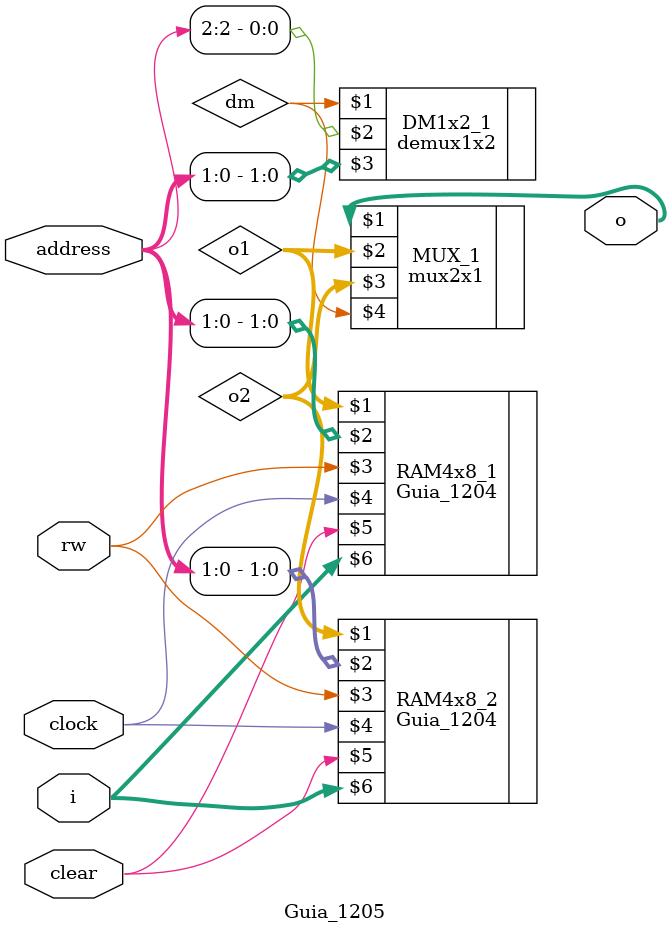
<source format=v>

`include "Guia_1204.v"  
`include "mux2x1.v"  
`include "demux1x2.v" 

module Guia_1205 (
    output [7:0] o,    
    input [2:0] address, 
    input rw,          
    input clock,        
    input clear,       
    input [7:0] i       
);

    wire [7:0] o1, o2; 
    wire dm;           

    demux1x2 DM1x2_1 (dm, address[2], address[1:0]);

    Guia_1204 RAM4x8_1 (o1, address[1:0], rw, clock, clear, i);
    Guia_1204 RAM4x8_2 (o2, address[1:0], rw, clock, clear, i);

    mux2x1 MUX_1 (
        o, 
        o1, o2, 
        dm       
    );

endmodule // ram8x8

</source>
